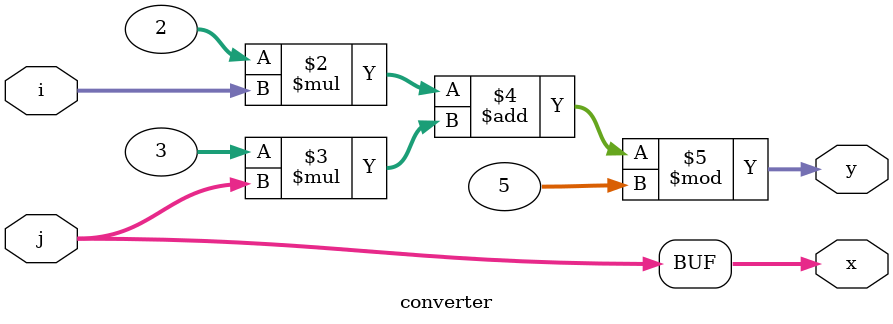
<source format=v>
module converter(input [31:0] i, input [31:0] j, output integer x, y);
	always @ (i, j) begin
		x = j;
		y = (2 * i + 3 * j) % 5;
	end
endmodule

</source>
